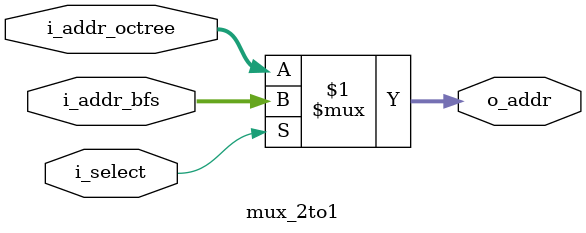
<source format=v>
`timescale 1ns / 1ps
`define ADDR_SIZE 9


module mux_2to1(
    input [`ADDR_SIZE-1:0] i_addr_octree,
    input [`ADDR_SIZE-1:0] i_addr_bfs,
    input wire i_select,
    output wire [`ADDR_SIZE-1:0] o_addr
    );


    assign o_addr = i_select ? i_addr_bfs : i_addr_octree;

endmodule

</source>
